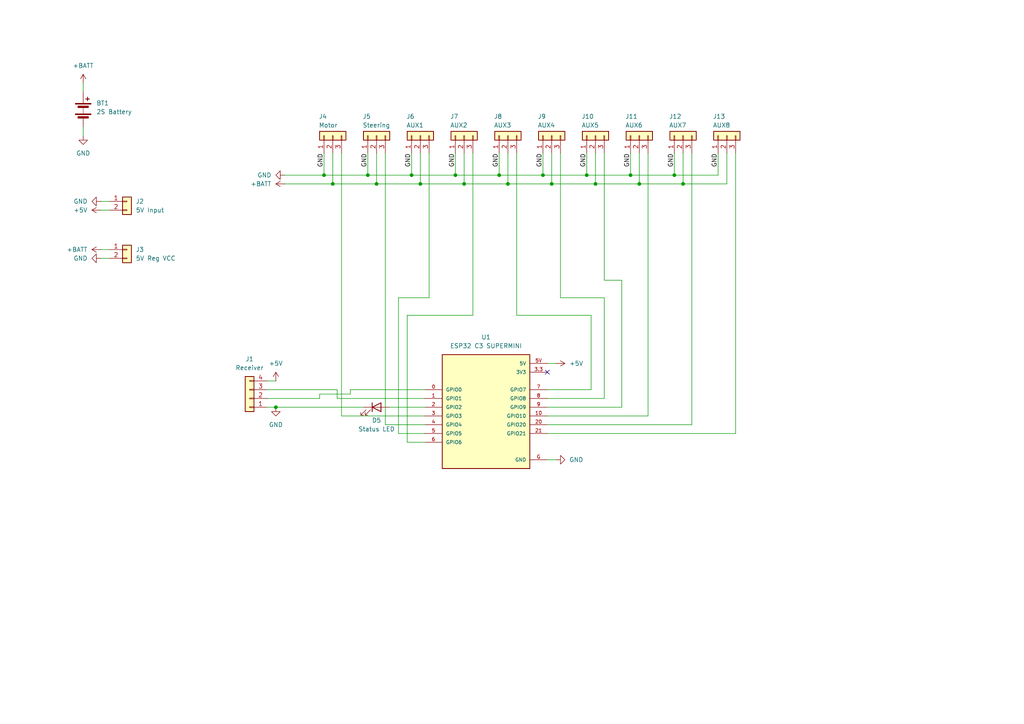
<source format=kicad_sch>
(kicad_sch (version 20231120) (generator "eeschema") (generator_version "8.0")
  (paper "A4")
  (lib_symbols
    (symbol "Connector_Generic:Conn_01x02" (pin_names (offset 1.016) hide)
      (property "Reference" "J" (at 0 2.54 0))
      (property "Value" "Conn_01x02" (at 0 -5.08 0))
      (symbol "Conn_01x02_1_1"
        (rectangle (start -1.27 -2.413) (end 0 -2.667) (stroke (width 0.1524)))
        (rectangle (start -1.27 0.127) (end 0 -0.127) (stroke (width 0.1524)))
        (rectangle (start -1.27 1.27) (end 1.27 -3.81) (stroke (width 0.254)) (fill (type background)))
        (pin passive line (at -5.08 0 0) (length 3.81) (name "Pin_1") (number "1"))
        (pin passive line (at -5.08 -2.54 0) (length 3.81) (name "Pin_2") (number "2"))
      )
    )
    (symbol "Connector_Generic:Conn_01x03" (pin_names (offset 1.016) hide)
      (property "Reference" "J" (at 0 5.08 0))
      (property "Value" "Conn_01x03" (at 0 -5.08 0))
      (symbol "Conn_01x03_1_1"
        (rectangle (start -1.27 -2.413) (end 0 -2.667) (stroke (width 0.1524)))
        (rectangle (start -1.27 0.127) (end 0 -0.127) (stroke (width 0.1524)))
        (rectangle (start -1.27 2.667) (end 0 2.413) (stroke (width 0.1524)))
        (rectangle (start -1.27 3.81) (end 1.27 -3.81) (stroke (width 0.254)) (fill (type background)))
        (pin passive line (at -5.08 2.54 0) (length 3.81) (name "Pin_1") (number "1"))
        (pin passive line (at -5.08 0 0) (length 3.81) (name "Pin_2") (number "2"))
        (pin passive line (at -5.08 -2.54 0) (length 3.81) (name "Pin_3") (number "3"))
      )
    )
    (symbol "Connector_Generic:Conn_01x04" (pin_names (offset 1.016) hide)
      (property "Reference" "J" (at 0 5.08 0))
      (property "Value" "Conn_01x04" (at 0 -7.62 0))
      (symbol "Conn_01x04_1_1"
        (rectangle (start -1.27 -4.953) (end 0 -5.207) (stroke (width 0.1524)))
        (rectangle (start -1.27 -2.413) (end 0 -2.667) (stroke (width 0.1524)))
        (rectangle (start -1.27 0.127) (end 0 -0.127) (stroke (width 0.1524)))
        (rectangle (start -1.27 2.667) (end 0 2.413) (stroke (width 0.1524)))
        (rectangle (start -1.27 3.81) (end 1.27 -6.35) (stroke (width 0.254)) (fill (type background)))
        (pin passive line (at -5.08 2.54 0) (length 3.81) (name "Pin_1") (number "1"))
        (pin passive line (at -5.08 0 0) (length 3.81) (name "Pin_2") (number "2"))
        (pin passive line (at -5.08 -2.54 0) (length 3.81) (name "Pin_3") (number "3"))
        (pin passive line (at -5.08 -5.08 0) (length 3.81) (name "Pin_4") (number "4"))
      )
    )
    (symbol "Device:Battery" (pin_numbers hide) (pin_names (offset 0) hide)
      (property "Reference" "BT" (at 2.54 2.54 0))
      (property "Value" "Battery" (at 2.54 0 0))
      (symbol "Battery_0_1"
        (rectangle (start -2.286 -1.27) (end 2.286 -1.524) (fill (type outline)))
        (rectangle (start -2.286 1.778) (end 2.286 1.524) (fill (type outline)))
        (rectangle (start -1.524 -2.032) (end 1.524 -2.54) (fill (type outline)))
        (rectangle (start -1.524 1.016) (end 1.524 0.508) (fill (type outline)))
        (polyline (pts (xy 0 -1.016) (xy 0 -0.762)))
        (polyline (pts (xy 0 -0.508) (xy 0 -0.254)))
        (polyline (pts (xy 0 0) (xy 0 0.254)))
        (polyline (pts (xy 0 1.778) (xy 0 2.54)))
        (polyline (pts (xy 0.762 3.048) (xy 1.778 3.048)) (stroke (width 0.254)))
        (polyline (pts (xy 1.27 3.556) (xy 1.27 2.54)) (stroke (width 0.254)))
      )
      (symbol "Battery_1_1"
        (pin passive line (at 0 5.08 270) (length 2.54) (name "+") (number "1"))
        (pin passive line (at 0 -5.08 90) (length 2.54) (name "-") (number "2"))
      )
    )
    (symbol "Device:LED" (pin_numbers hide) (pin_names (offset 1.016) hide)
      (property "Reference" "D" (at 0 2.54 0))
      (property "Value" "LED" (at 0 -2.54 0))
      (symbol "LED_0_1"
        (polyline (pts (xy -1.27 -1.27) (xy -1.27 1.27)) (stroke (width 0.254)))
        (polyline (pts (xy -1.27 0) (xy 1.27 0)))
        (polyline (pts (xy 1.27 -1.27) (xy 1.27 1.27) (xy -1.27 0) (xy 1.27 -1.27)) (stroke (width 0.254)))
        (polyline (pts (xy -3.048 -0.762) (xy -4.572 -2.286) (xy -3.81 -2.286) (xy -4.572 -2.286) (xy -4.572 -1.524)))
        (polyline (pts (xy -1.778 -0.762) (xy -3.302 -2.286) (xy -2.54 -2.286) (xy -3.302 -2.286) (xy -3.302 -1.524)))
      )
      (symbol "LED_1_1"
        (pin passive line (at -3.81 0 0) (length 2.54) (name "K") (number "1"))
        (pin passive line (at 3.81 0 180) (length 2.54) (name "A") (number "2"))
      )
    )
    (symbol "ESP32-C3_SUPERMINI_TH:ESP32-C3_SUPERMINI_TH" (pin_names (offset 1.016))
      (property "Reference" "U" (at -12.7 16.002 0))
      (property "Value" "ESP32-C3_SUPERMINI_TH" (at -12.7 -20.32 0))
      (symbol "ESP32-C3_SUPERMINI_TH_0_0"
        (rectangle (start -12.7 -17.78) (end 12.7 15.24) (stroke (width 0.254)) (fill (type background)))
        (pin bidirectional line (at -17.78 5.08 0) (length 5.08) (name "GPIO0") (number "0"))
        (pin bidirectional line (at -17.78 2.54 0) (length 5.08) (name "GPIO1") (number "1"))
        (pin bidirectional line (at 17.78 -2.54 180) (length 5.08) (name "GPIO10") (number "10"))
        (pin bidirectional line (at -17.78 0 0) (length 5.08) (name "GPIO2") (number "2"))
        (pin bidirectional line (at 17.78 -5.08 180) (length 5.08) (name "GPIO20") (number "20"))
        (pin bidirectional line (at 17.78 -7.62 180) (length 5.08) (name "GPIO21") (number "21"))
        (pin bidirectional line (at -17.78 -2.54 0) (length 5.08) (name "GPIO3") (number "3"))
        (pin power_in line (at 17.78 10.16 180) (length 5.08) (name "3V3") (number "3.3"))
        (pin bidirectional line (at -17.78 -5.08 0) (length 5.08) (name "GPIO4") (number "4"))
        (pin bidirectional line (at -17.78 -7.62 0) (length 5.08) (name "GPIO5") (number "5"))
        (pin power_in line (at 17.78 12.7 180) (length 5.08) (name "5V") (number "5V"))
        (pin bidirectional line (at -17.78 -10.16 0) (length 5.08) (name "GPIO6") (number "6"))
        (pin bidirectional line (at 17.78 5.08 180) (length 5.08) (name "GPIO7") (number "7"))
        (pin bidirectional line (at 17.78 2.54 180) (length 5.08) (name "GPIO8") (number "8"))
        (pin bidirectional line (at 17.78 0 180) (length 5.08) (name "GPIO9") (number "9"))
        (pin power_in line (at 17.78 -15.24 180) (length 5.08) (name "GND") (number "G"))
      )
    )
    (symbol "power:+5V" (power) (pin_numbers hide) (pin_names (offset 0) hide)
      (property "Value" "+5V" (at 0 3.556 0))
      (symbol "+5V_0_1"
        (polyline (pts (xy -0.762 1.27) (xy 0 2.54)))
        (polyline (pts (xy 0 0) (xy 0 2.54)))
        (polyline (pts (xy 0 2.54) (xy 0.762 1.27)))
      )
      (symbol "+5V_1_1"
        (pin power_in line (at 0 0 90) (length 0) (name "~") (number "1"))
      )
    )
    (symbol "power:+BATT" (power) (pin_numbers hide) (pin_names (offset 0) hide)
      (property "Value" "+BATT" (at 0 3.556 0))
      (symbol "+BATT_0_1"
        (polyline (pts (xy -0.762 1.27) (xy 0 2.54)))
        (polyline (pts (xy 0 0) (xy 0 2.54)))
        (polyline (pts (xy 0 2.54) (xy 0.762 1.27)))
      )
      (symbol "+BATT_1_1"
        (pin power_in line (at 0 0 90) (length 0) (name "~") (number "1"))
      )
    )
    (symbol "power:GND" (power) (pin_numbers hide) (pin_names (offset 0) hide)
      (property "Value" "GND" (at 0 -3.81 0))
      (symbol "GND_0_1"
        (polyline (pts (xy 0 0) (xy 0 -1.27) (xy 1.27 -1.27) (xy 0 -2.54) (xy -1.27 -1.27) (xy 0 -1.27)))
      )
      (symbol "GND_1_1"
        (pin power_in line (at 0 0 270) (length 0) (name "~") (number "1"))
      )
    )
  )
  (junction (at 132.08 50.8))
  (junction (at 109.22 53.34))
  (junction (at 172.72 53.34))
  (junction (at 157.48 50.8))
  (junction (at 80.01 118.11))
  (junction (at 185.42 53.34))
  (junction (at 170.18 50.8))
  (junction (at 198.12 53.34))
  (junction (at 121.92 53.34))
  (junction (at 182.88 50.8))
  (junction (at 160.02 53.34))
  (junction (at 147.32 53.34))
  (junction (at 134.62 53.34))
  (junction (at 144.78 50.8))
  (junction (at 106.68 50.8))
  (junction (at 96.52 53.34))
  (junction (at 195.58 50.8))
  (junction (at 93.98 50.8))
  (junction (at 119.38 50.8))
  (no_connect (at 158.75 107.95))
  (wire (pts (xy 29.21 58.42) (xy 31.75 58.42)))
  (wire (pts (xy 134.62 53.34) (xy 121.92 53.34)))
  (wire (pts (xy 210.82 44.45) (xy 210.82 53.34)))
  (wire (pts (xy 180.34 118.11) (xy 180.34 81.28)))
  (wire (pts (xy 144.78 44.45) (xy 144.78 50.8)))
  (wire (pts (xy 158.75 105.41) (xy 161.29 105.41)))
  (wire (pts (xy 29.21 74.93) (xy 31.75 74.93)))
  (wire (pts (xy 185.42 44.45) (xy 185.42 53.34)))
  (wire (pts (xy 101.6 114.3) (xy 92.71 114.3)))
  (wire (pts (xy 175.26 81.28) (xy 175.26 44.45)))
  (wire (pts (xy 158.75 125.73) (xy 213.36 125.73)))
  (wire (pts (xy 96.52 44.45) (xy 96.52 53.34)))
  (wire (pts (xy 208.28 44.45) (xy 208.28 50.8)))
  (wire (pts (xy 97.79 113.03) (xy 97.79 115.57)))
  (wire (pts (xy 80.01 118.11) (xy 105.41 118.11)))
  (wire (pts (xy 124.46 86.36) (xy 115.57 86.36)))
  (wire (pts (xy 210.82 53.34) (xy 198.12 53.34)))
  (wire (pts (xy 187.96 44.45) (xy 187.96 120.65)))
  (wire (pts (xy 111.76 123.19) (xy 123.19 123.19)))
  (wire (pts (xy 115.57 125.73) (xy 123.19 125.73)))
  (wire (pts (xy 99.06 44.45) (xy 99.06 120.65)))
  (wire (pts (xy 123.19 113.03) (xy 101.6 113.03)))
  (wire (pts (xy 182.88 50.8) (xy 170.18 50.8)))
  (wire (pts (xy 147.32 53.34) (xy 134.62 53.34)))
  (wire (pts (xy 24.13 36.83) (xy 24.13 39.37)))
  (wire (pts (xy 198.12 53.34) (xy 185.42 53.34)))
  (wire (pts (xy 187.96 120.65) (xy 158.75 120.65)))
  (wire (pts (xy 111.76 44.45) (xy 111.76 123.19)))
  (wire (pts (xy 82.55 50.8) (xy 93.98 50.8)))
  (wire (pts (xy 158.75 133.35) (xy 161.29 133.35)))
  (wire (pts (xy 162.56 86.36) (xy 175.26 86.36)))
  (wire (pts (xy 109.22 53.34) (xy 109.22 44.45)))
  (wire (pts (xy 121.92 53.34) (xy 109.22 53.34)))
  (wire (pts (xy 134.62 44.45) (xy 134.62 53.34)))
  (wire (pts (xy 208.28 50.8) (xy 195.58 50.8)))
  (wire (pts (xy 132.08 44.45) (xy 132.08 50.8)))
  (wire (pts (xy 99.06 120.65) (xy 123.19 120.65)))
  (wire (pts (xy 182.88 44.45) (xy 182.88 50.8)))
  (wire (pts (xy 158.75 113.03) (xy 171.45 113.03)))
  (wire (pts (xy 29.21 60.96) (xy 31.75 60.96)))
  (wire (pts (xy 77.47 113.03) (xy 97.79 113.03)))
  (wire (pts (xy 115.57 86.36) (xy 115.57 125.73)))
  (wire (pts (xy 198.12 44.45) (xy 198.12 53.34)))
  (wire (pts (xy 185.42 53.34) (xy 172.72 53.34)))
  (wire (pts (xy 97.79 115.57) (xy 123.19 115.57)))
  (wire (pts (xy 121.92 44.45) (xy 121.92 53.34)))
  (wire (pts (xy 172.72 53.34) (xy 160.02 53.34)))
  (wire (pts (xy 175.26 86.36) (xy 175.26 115.57)))
  (wire (pts (xy 171.45 91.44) (xy 149.86 91.44)))
  (wire (pts (xy 160.02 44.45) (xy 160.02 53.34)))
  (wire (pts (xy 195.58 44.45) (xy 195.58 50.8)))
  (wire (pts (xy 29.21 72.39) (xy 31.75 72.39)))
  (wire (pts (xy 137.16 91.44) (xy 118.11 91.44)))
  (wire (pts (xy 170.18 50.8) (xy 157.48 50.8)))
  (wire (pts (xy 162.56 44.45) (xy 162.56 86.36)))
  (wire (pts (xy 158.75 123.19) (xy 200.66 123.19)))
  (wire (pts (xy 144.78 50.8) (xy 132.08 50.8)))
  (wire (pts (xy 157.48 44.45) (xy 157.48 50.8)))
  (wire (pts (xy 118.11 91.44) (xy 118.11 128.27)))
  (wire (pts (xy 158.75 118.11) (xy 180.34 118.11)))
  (wire (pts (xy 113.03 118.11) (xy 123.19 118.11)))
  (wire (pts (xy 213.36 125.73) (xy 213.36 44.45)))
  (wire (pts (xy 119.38 44.45) (xy 119.38 50.8)))
  (wire (pts (xy 195.58 50.8) (xy 182.88 50.8)))
  (wire (pts (xy 96.52 53.34) (xy 109.22 53.34)))
  (wire (pts (xy 180.34 81.28) (xy 175.26 81.28)))
  (wire (pts (xy 93.98 44.45) (xy 93.98 50.8)))
  (wire (pts (xy 137.16 44.45) (xy 137.16 91.44)))
  (wire (pts (xy 132.08 50.8) (xy 119.38 50.8)))
  (wire (pts (xy 92.71 115.57) (xy 77.47 115.57)))
  (wire (pts (xy 92.71 114.3) (xy 92.71 115.57)))
  (wire (pts (xy 160.02 53.34) (xy 147.32 53.34)))
  (wire (pts (xy 147.32 44.45) (xy 147.32 53.34)))
  (wire (pts (xy 119.38 50.8) (xy 106.68 50.8)))
  (wire (pts (xy 77.47 110.49) (xy 80.01 110.49)))
  (wire (pts (xy 157.48 50.8) (xy 144.78 50.8)))
  (wire (pts (xy 124.46 44.45) (xy 124.46 86.36)))
  (wire (pts (xy 170.18 44.45) (xy 170.18 50.8)))
  (wire (pts (xy 171.45 113.03) (xy 171.45 91.44)))
  (wire (pts (xy 24.13 24.13) (xy 24.13 26.67)))
  (wire (pts (xy 82.55 53.34) (xy 96.52 53.34)))
  (wire (pts (xy 101.6 113.03) (xy 101.6 114.3)))
  (wire (pts (xy 106.68 50.8) (xy 106.68 44.45)))
  (wire (pts (xy 149.86 91.44) (xy 149.86 44.45)))
  (wire (pts (xy 77.47 118.11) (xy 80.01 118.11)))
  (wire (pts (xy 172.72 44.45) (xy 172.72 53.34)))
  (wire (pts (xy 118.11 128.27) (xy 123.19 128.27)))
  (wire (pts (xy 175.26 115.57) (xy 158.75 115.57)))
  (wire (pts (xy 200.66 123.19) (xy 200.66 44.45)))
  (wire (pts (xy 93.98 50.8) (xy 106.68 50.8)))
  (label "GND" (at 132.08 44.45 270))
  (label "GND" (at 170.18 44.45 270))
  (label "GND" (at 195.58 44.45 270))
  (label "GND" (at 208.28 44.45 270))
  (label "GND" (at 93.98 44.45 270))
  (label "GND" (at 157.48 44.45 270))
  (label "GND" (at 182.88 44.45 270))
  (label "GND" (at 144.78 44.45 270))
  (label "GND" (at 119.38 44.45 270))
  (label "GND" (at 106.68 44.45 270))
  (symbol (lib_id "Connector_Generic:Conn_01x02") (at 36.83 72.39 0) (unit 1)
    (property "Reference" "J3" (at 39.37 72.3899 0) (effects (justify left)))
    (property "Value" "5V Reg VCC" (at 39.37 74.9299 0) (effects (justify left)))
    (property "Footprint" "Connector_PinHeader_2.54mm:PinHeader_2x01_P2.54mm_Vertical" (effects (hide yes)))
    (property "Description" "Generic connector, single row, 01x02, script generated (kicad-library-utils/schlib/autogen/connector/)" (effects (hide yes)))
  )
  (symbol (lib_id "Connector_Generic:Conn_01x03") (at 210.82 39.37 90) (unit 1)
    (property "Reference" "J13" (at 206.756 33.782 90) (effects (justify right)))
    (property "Value" "AUX8" (at 206.756 36.322 90) (effects (justify right)))
    (property "Footprint" "Connector_PinHeader_2.54mm:PinHeader_1x03_P2.54mm_Vertical" (effects (hide yes)))
    (property "Description" "Generic connector, single row, 01x03, script generated (kicad-library-utils/schlib/autogen/connector/)" (effects (hide yes)))
  )
  (symbol (lib_id "power:+5V") (at 80.01 110.49 0) (unit 1)
    (property "Reference" "#PWR014" (effects (hide yes)))
    (property "Value" "+5V" (at 80.01 105.41 0))
    (property "Description" "Power symbol creates a global label with name \"+5V\"" (effects (hide yes)))
  )
  (symbol (lib_id "Connector_Generic:Conn_01x03") (at 172.72 39.37 90) (unit 1)
    (property "Reference" "J10" (at 168.656 33.782 90) (effects (justify right)))
    (property "Value" "AUX5" (at 168.656 36.322 90) (effects (justify right)))
    (property "Footprint" "Connector_PinHeader_2.54mm:PinHeader_1x03_P2.54mm_Vertical" (effects (hide yes)))
    (property "Description" "Generic connector, single row, 01x03, script generated (kicad-library-utils/schlib/autogen/connector/)" (effects (hide yes)))
  )
  (symbol (lib_id "Connector_Generic:Conn_01x03") (at 109.22 39.37 90) (unit 1)
    (property "Reference" "J5" (at 105.156 33.782 90) (effects (justify right)))
    (property "Value" "Steering" (at 105.156 36.322 90) (effects (justify right)))
    (property "Footprint" "Connector_PinHeader_2.54mm:PinHeader_1x03_P2.54mm_Vertical" (effects (hide yes)))
    (property "Description" "Generic connector, single row, 01x03, script generated (kicad-library-utils/schlib/autogen/connector/)" (effects (hide yes)))
  )
  (symbol (lib_id "Device:LED") (at 109.22 118.11 0) (unit 1)
    (property "Reference" "D5" (at 109.22 121.92 0))
    (property "Value" "Status LED" (at 109.22 124.46 0))
    (property "Footprint" "Connector_PinHeader_2.54mm:PinHeader_2x01_P2.54mm_Vertical" (effects (hide yes)))
    (property "Description" "Light emitting diode" (effects (hide yes)))
  )
  (symbol (lib_id "power:GND") (at 161.29 133.35 90) (unit 1)
    (property "Reference" "#PWR016" (effects (hide yes)))
    (property "Value" "GND" (at 165.1 133.3499 90) (effects (justify right)))
    (property "Description" "Power symbol creates a global label with name \"GND\" , ground" (effects (hide yes)))
  )
  (symbol (lib_id "power:GND") (at 29.21 74.93 270) (unit 1)
    (property "Reference" "#PWR06" (effects (hide yes)))
    (property "Value" "GND" (at 25.4 74.9299 90) (effects (justify right)))
    (property "Description" "Power symbol creates a global label with name \"GND\" , ground" (effects (hide yes)))
  )
  (symbol (lib_id "ESP32-C3_SUPERMINI_TH:ESP32-C3_SUPERMINI_TH") (at 140.97 118.11 0) (unit 1)
    (property "Reference" "U1" (at 140.97 97.79 0))
    (property "Value" "ESP32 C3 SUPERMINI" (at 140.97 100.33 0))
    (property "Footprint" "Library:MODULE_ESP32-C3_SUPERMINI" (effects (hide yes)))
    (property "MF" "Espressif Systems" (effects (hide yes)))
    (property "MAXIMUM_PACKAGE_HEIGHT" "4.2mm" (effects (hide yes)))
    (property "Package" "Package" (effects (hide yes)))
    (property "Price" "None" (effects (hide yes)))
    (property "Check_prices" "https://www.snapeda.com/parts/ESP32-C3%20SuperMini_TH/Espressif+Systems/view-part/?ref=eda" (effects (hide yes)))
    (property "STANDARD" "Manufacturer Recommendations" (effects (hide yes)))
    (property "SnapEDA_Link" "https://www.snapeda.com/parts/ESP32-C3%20SuperMini_TH/Espressif+Systems/view-part/?ref=snap" (effects (hide yes)))
    (property "MP" "ESP32-C3 SuperMini_TH" (effects (hide yes)))
    (property "Description_1" "\n                        \n                            Super tiny ESP32-C3 board\n                        \n" (effects (hide yes)))
    (property "Availability" "Not in stock" (effects (hide yes)))
    (property "MANUFACTURER" "Espressif" (effects (hide yes)))
  )
  (symbol (lib_id "Device:Battery") (at 24.13 31.75 0) (unit 1)
    (property "Reference" "BT1" (at 27.94 29.9084 0) (effects (justify left)))
    (property "Value" "2S Battery" (at 27.94 32.4484 0) (effects (justify left)))
    (property "Footprint" "Library:AMASS_XT60PB-M" (effects (hide yes)))
    (property "Description" "Multiple-cell battery" (effects (hide yes)))
  )
  (symbol (lib_id "power:GND") (at 80.01 118.11 0) (unit 1)
    (property "Reference" "#PWR013" (effects (hide yes)))
    (property "Value" "GND" (at 80.01 123.19 0))
    (property "Description" "Power symbol creates a global label with name \"GND\" , ground" (effects (hide yes)))
  )
  (symbol (lib_id "power:GND") (at 29.21 58.42 270) (unit 1)
    (property "Reference" "#PWR02" (effects (hide yes)))
    (property "Value" "GND" (at 25.4 58.4199 90) (effects (justify right)))
    (property "Description" "Power symbol creates a global label with name \"GND\" , ground" (effects (hide yes)))
  )
  (symbol (lib_id "power:GND") (at 24.13 39.37 0) (unit 1)
    (property "Reference" "#PWR04" (effects (hide yes)))
    (property "Value" "GND" (at 24.13 44.45 0))
    (property "Description" "Power symbol creates a global label with name \"GND\" , ground" (effects (hide yes)))
  )
  (symbol (lib_id "power:+5V") (at 29.21 60.96 90) (unit 1)
    (property "Reference" "#PWR01" (effects (hide yes)))
    (property "Value" "+5V" (at 25.4 60.9599 90) (effects (justify left)))
    (property "Description" "Power symbol creates a global label with name \"+5V\"" (effects (hide yes)))
  )
  (symbol (lib_id "Connector_Generic:Conn_01x03") (at 134.62 39.37 90) (unit 1)
    (property "Reference" "J7" (at 130.556 33.782 90) (effects (justify right)))
    (property "Value" "AUX2" (at 130.556 36.322 90) (effects (justify right)))
    (property "Footprint" "Connector_PinHeader_2.54mm:PinHeader_1x03_P2.54mm_Vertical" (effects (hide yes)))
    (property "Description" "Generic connector, single row, 01x03, script generated (kicad-library-utils/schlib/autogen/connector/)" (effects (hide yes)))
  )
  (symbol (lib_id "Connector_Generic:Conn_01x03") (at 147.32 39.37 90) (unit 1)
    (property "Reference" "J8" (at 143.256 33.782 90) (effects (justify right)))
    (property "Value" "AUX3" (at 143.256 36.322 90) (effects (justify right)))
    (property "Footprint" "Connector_PinHeader_2.54mm:PinHeader_1x03_P2.54mm_Vertical" (effects (hide yes)))
    (property "Description" "Generic connector, single row, 01x03, script generated (kicad-library-utils/schlib/autogen/connector/)" (effects (hide yes)))
  )
  (symbol (lib_id "power:+5V") (at 161.29 105.41 270) (unit 1)
    (property "Reference" "#PWR015" (effects (hide yes)))
    (property "Value" "+5V" (at 165.1 105.4099 90) (effects (justify left)))
    (property "Description" "Power symbol creates a global label with name \"+5V\"" (effects (hide yes)))
  )
  (symbol (lib_id "power:GND") (at 82.55 50.8 270) (unit 1)
    (property "Reference" "#PWR08" (effects (hide yes)))
    (property "Value" "GND" (at 78.74 50.7999 90) (effects (justify right)))
    (property "Description" "Power symbol creates a global label with name \"GND\" , ground" (effects (hide yes)))
  )
  (symbol (lib_id "Connector_Generic:Conn_01x04") (at 72.39 115.57 180) (unit 1)
    (property "Reference" "J1" (at 72.39 104.14 0))
    (property "Value" "Receiver" (at 72.39 106.68 0))
    (property "Footprint" "Connector_PinHeader_2.54mm:PinHeader_1x04_P2.54mm_Vertical" (effects (hide yes)))
    (property "Description" "Generic connector, single row, 01x04, script generated (kicad-library-utils/schlib/autogen/connector/)" (effects (hide yes)))
  )
  (symbol (lib_id "Connector_Generic:Conn_01x03") (at 198.12 39.37 90) (unit 1)
    (property "Reference" "J12" (at 194.056 33.782 90) (effects (justify right)))
    (property "Value" "AUX7" (at 194.056 36.322 90) (effects (justify right)))
    (property "Footprint" "Connector_PinHeader_2.54mm:PinHeader_1x03_P2.54mm_Vertical" (effects (hide yes)))
    (property "Description" "Generic connector, single row, 01x03, script generated (kicad-library-utils/schlib/autogen/connector/)" (effects (hide yes)))
  )
  (symbol (lib_id "power:+BATT") (at 82.55 53.34 90) (unit 1)
    (property "Reference" "#PWR07" (effects (hide yes)))
    (property "Value" "+BATT" (at 78.74 53.3399 90) (effects (justify left)))
    (property "Description" "Power symbol creates a global label with name \"+BATT\"" (effects (hide yes)))
  )
  (symbol (lib_id "Connector_Generic:Conn_01x03") (at 185.42 39.37 90) (unit 1)
    (property "Reference" "J11" (at 181.356 33.782 90) (effects (justify right)))
    (property "Value" "AUX6" (at 181.356 36.322 90) (effects (justify right)))
    (property "Footprint" "Connector_PinHeader_2.54mm:PinHeader_1x03_P2.54mm_Vertical" (effects (hide yes)))
    (property "Description" "Generic connector, single row, 01x03, script generated (kicad-library-utils/schlib/autogen/connector/)" (effects (hide yes)))
  )
  (symbol (lib_id "power:+BATT") (at 29.21 72.39 90) (unit 1)
    (property "Reference" "#PWR05" (effects (hide yes)))
    (property "Value" "+BATT" (at 25.4 72.3899 90) (effects (justify left)))
    (property "Description" "Power symbol creates a global label with name \"+BATT\"" (effects (hide yes)))
  )
  (symbol (lib_id "Connector_Generic:Conn_01x02") (at 36.83 58.42 0) (unit 1)
    (property "Reference" "J2" (at 39.37 58.4199 0) (effects (justify left)))
    (property "Value" "5V Input" (at 39.37 60.9599 0) (effects (justify left)))
    (property "Footprint" "Connector_PinHeader_2.54mm:PinHeader_2x01_P2.54mm_Vertical" (effects (hide yes)))
    (property "Description" "Generic connector, single row, 01x02, script generated (kicad-library-utils/schlib/autogen/connector/)" (effects (hide yes)))
  )
  (symbol (lib_id "Connector_Generic:Conn_01x03") (at 160.02 39.37 90) (unit 1)
    (property "Reference" "J9" (at 155.956 33.782 90) (effects (justify right)))
    (property "Value" "AUX4" (at 155.956 36.322 90) (effects (justify right)))
    (property "Footprint" "Connector_PinHeader_2.54mm:PinHeader_1x03_P2.54mm_Vertical" (effects (hide yes)))
    (property "Description" "Generic connector, single row, 01x03, script generated (kicad-library-utils/schlib/autogen/connector/)" (effects (hide yes)))
  )
  (symbol (lib_id "power:+BATT") (at 24.13 24.13 0) (unit 1)
    (property "Reference" "#PWR03" (effects (hide yes)))
    (property "Value" "+BATT" (at 24.13 19.05 0))
    (property "Description" "Power symbol creates a global label with name \"+BATT\"" (effects (hide yes)))
  )
  (symbol (lib_id "Connector_Generic:Conn_01x03") (at 121.92 39.37 90) (unit 1)
    (property "Reference" "J6" (at 117.856 33.782 90) (effects (justify right)))
    (property "Value" "AUX1" (at 117.856 36.322 90) (effects (justify right)))
    (property "Footprint" "Connector_PinHeader_2.54mm:PinHeader_1x03_P2.54mm_Vertical" (effects (hide yes)))
    (property "Description" "Generic connector, single row, 01x03, script generated (kicad-library-utils/schlib/autogen/connector/)" (effects (hide yes)))
  )
  (symbol (lib_id "Connector_Generic:Conn_01x03") (at 96.52 39.37 90) (unit 1)
    (property "Reference" "J4" (at 92.456 33.782 90) (effects (justify right)))
    (property "Value" "Motor" (at 92.456 36.322 90) (effects (justify right)))
    (property "Footprint" "Connector_PinHeader_2.54mm:PinHeader_1x03_P2.54mm_Vertical" (effects (hide yes)))
    (property "Description" "Generic connector, single row, 01x03, script generated (kicad-library-utils/schlib/autogen/connector/)" (effects (hide yes)))
  )
)
</source>
